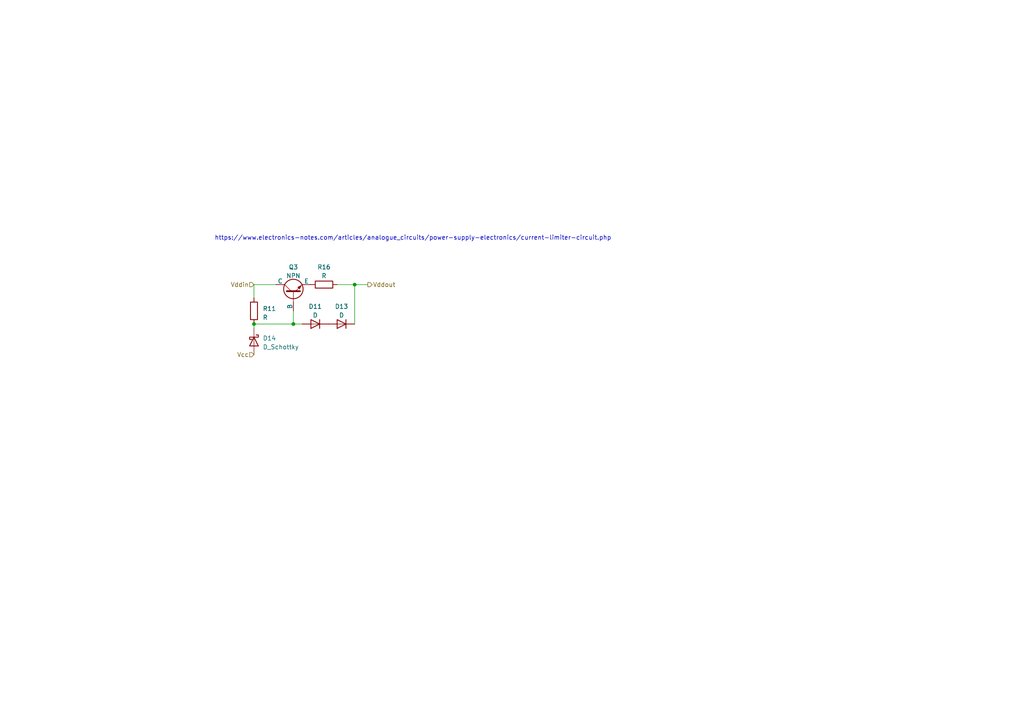
<source format=kicad_sch>
(kicad_sch (version 20230121) (generator eeschema)
  (paper "A4")
  (lib_symbols
    (symbol "Device:D" (pin_numbers hide) (pin_names (offset 1.016) hide)
      (property "Reference" "D" (at 0 2.54 0))
      (property "Value" "D" (at 0 -2.54 0))
      (symbol "D_0_1"
        (polyline (pts (xy -1.27 1.27) (xy -1.27 -1.27)) (stroke (width 0.254)))
        (polyline (pts (xy 1.27 0) (xy -1.27 0)))
        (polyline (pts (xy 1.27 1.27) (xy 1.27 -1.27) (xy -1.27 0) (xy 1.27 1.27)) (stroke (width 0.254)))
      )
      (symbol "D_1_1"
        (pin passive line (at -3.81 0 0) (length 2.54) (name "K") (number "1"))
        (pin passive line (at 3.81 0 180) (length 2.54) (name "A") (number "2"))
      )
    )
    (symbol "Device:D_Schottky" (pin_numbers hide) (pin_names (offset 1.016) hide)
      (property "Reference" "D" (at 0 2.54 0))
      (property "Value" "D_Schottky" (at 0 -2.54 0))
      (symbol "D_Schottky_0_1"
        (polyline (pts (xy 1.27 0) (xy -1.27 0)))
        (polyline (pts (xy 1.27 1.27) (xy 1.27 -1.27) (xy -1.27 0) (xy 1.27 1.27)) (stroke (width 0.254)))
        (polyline (pts (xy -1.905 0.635) (xy -1.905 1.27) (xy -1.27 1.27) (xy -1.27 -1.27) (xy -0.635 -1.27) (xy -0.635 -0.635)) (stroke (width 0.254)))
      )
      (symbol "D_Schottky_1_1"
        (pin passive line (at -3.81 0 0) (length 2.54) (name "K") (number "1"))
        (pin passive line (at 3.81 0 180) (length 2.54) (name "A") (number "2"))
      )
    )
    (symbol "Device:R" (pin_numbers hide) (pin_names (offset 0))
      (property "Reference" "R" (at 2.032 0 90))
      (property "Value" "R" (at 0 0 90))
      (symbol "R_0_1"
        (rectangle (start -1.016 -2.54) (end 1.016 2.54) (stroke (width 0.254)))
      )
      (symbol "R_1_1"
        (pin passive line (at 0 3.81 270) (length 1.27) (name "~") (number "1"))
        (pin passive line (at 0 -3.81 90) (length 1.27) (name "~") (number "2"))
      )
    )
    (symbol "Simulation_SPICE:NPN" (pin_numbers hide) (pin_names (offset 0))
      (property "Reference" "Q" (at -2.54 7.62 0))
      (property "Value" "NPN" (at -2.54 5.08 0))
      (symbol "NPN_0_1"
        (polyline (pts (xy -2.54 0) (xy 0.635 0)) (stroke (width 0.1524)))
        (polyline (pts (xy 0.635 0.635) (xy 2.54 2.54)))
        (polyline (pts (xy 2.794 -1.27) (xy 2.794 -1.27)) (stroke (width 0.1524)))
        (polyline (pts (xy 2.794 -1.27) (xy 2.794 -1.27)) (stroke (width 0.1524)))
        (polyline (pts (xy 0.635 -0.635) (xy 2.54 -2.54) (xy 2.54 -2.54)))
        (polyline (pts (xy 0.635 1.905) (xy 0.635 -1.905) (xy 0.635 -1.905)) (stroke (width 0.508)))
        (polyline (pts (xy 1.27 -1.778) (xy 1.778 -1.27) (xy 2.286 -2.286) (xy 1.27 -1.778) (xy 1.27 -1.778)) (fill (type outline)))
        (circle (center 1.27 0) (radius 2.8194) (stroke (width 0.254)))
      )
      (symbol "NPN_1_1"
        (pin open_collector line (at 2.54 5.08 270) (length 2.54) (name "C") (number "1"))
        (pin input line (at -5.08 0 0) (length 2.54) (name "B") (number "2"))
        (pin open_emitter line (at 2.54 -5.08 90) (length 2.54) (name "E") (number "3"))
      )
    )
  )
  (junction (at 102.87 82.55))
  (junction (at 73.66 93.98))
  (junction (at 85.09 93.98))
  (wire (pts (xy 73.66 82.55) (xy 80.01 82.55)))
  (wire (pts (xy 102.87 93.98) (xy 102.87 82.55)))
  (wire (pts (xy 73.66 95.25) (xy 73.66 93.98)))
  (wire (pts (xy 85.09 90.17) (xy 85.09 93.98)))
  (wire (pts (xy 73.66 86.36) (xy 73.66 82.55)))
  (wire (pts (xy 102.87 82.55) (xy 97.79 82.55)))
  (wire (pts (xy 73.66 93.98) (xy 85.09 93.98)))
  (wire (pts (xy 102.87 82.55) (xy 106.68 82.55)))
  (wire (pts (xy 85.09 93.98) (xy 87.63 93.98)))
  (text "https://www.electronics-notes.com/articles/analogue_circuits/power-supply-electronics/current-limiter-circuit.php" (at 62.23 69.85 0) (effects (font (size 1.27 1.27)) (justify left bottom)))
  (hierarchical_label "Vddin" (shape input) (at 73.66 82.55 180))
  (hierarchical_label "Vcc" (shape input) (at 73.66 102.87 180))
  (hierarchical_label "Vddout" (shape output) (at 106.68 82.55 0))
  (symbol (lib_id "Device:R") (at 73.66 90.17 0) (unit 1)
    (property "Reference" "R11" (at 76.2 89.535 0) (effects (justify left)))
    (property "Value" "R" (at 76.2 92.075 0) (effects (justify left)))
  )
  (symbol (lib_id "Device:D_Schottky") (at 73.66 99.06 270) (unit 1)
    (property "Reference" "D14" (at 76.2 98.1075 90) (effects (justify left)))
    (property "Value" "D_Schottky" (at 76.2 100.6475 90) (effects (justify left)))
  )
  (symbol (lib_id "Simulation_SPICE:NPN") (at 85.09 85.09 90) (unit 1)
    (property "Reference" "Q3" (at 85.09 77.47 90))
    (property "Value" "NPN" (at 85.09 80.01 90))
    (property "Sim.Device" "NPN" (effects hide))
    (property "Sim.Type" "GUMMELPOON" (effects hide))
    (property "Sim.Pins" "1=C 2=B 3=E" (effects hide))
  )
  (symbol (lib_id "Device:D") (at 91.44 93.98 180) (unit 1)
    (property "Reference" "D11" (at 91.44 88.9 0))
    (property "Value" "D" (at 91.44 91.44 0))
    (property "Sim.Device" "D" (effects hide))
    (property "Sim.Pins" "1=K 2=A" (effects hide))
  )
  (symbol (lib_id "Device:D") (at 99.06 93.98 180) (unit 1)
    (property "Reference" "D13" (at 99.06 88.9 0))
    (property "Value" "D" (at 99.06 91.44 0))
    (property "Sim.Device" "D" (effects hide))
    (property "Sim.Pins" "1=K 2=A" (effects hide))
  )
  (symbol (lib_id "Device:R") (at 93.98 82.55 90) (unit 1)
    (property "Reference" "R16" (at 93.98 77.47 90))
    (property "Value" "R" (at 93.98 80.01 90))
  )
)
</source>
